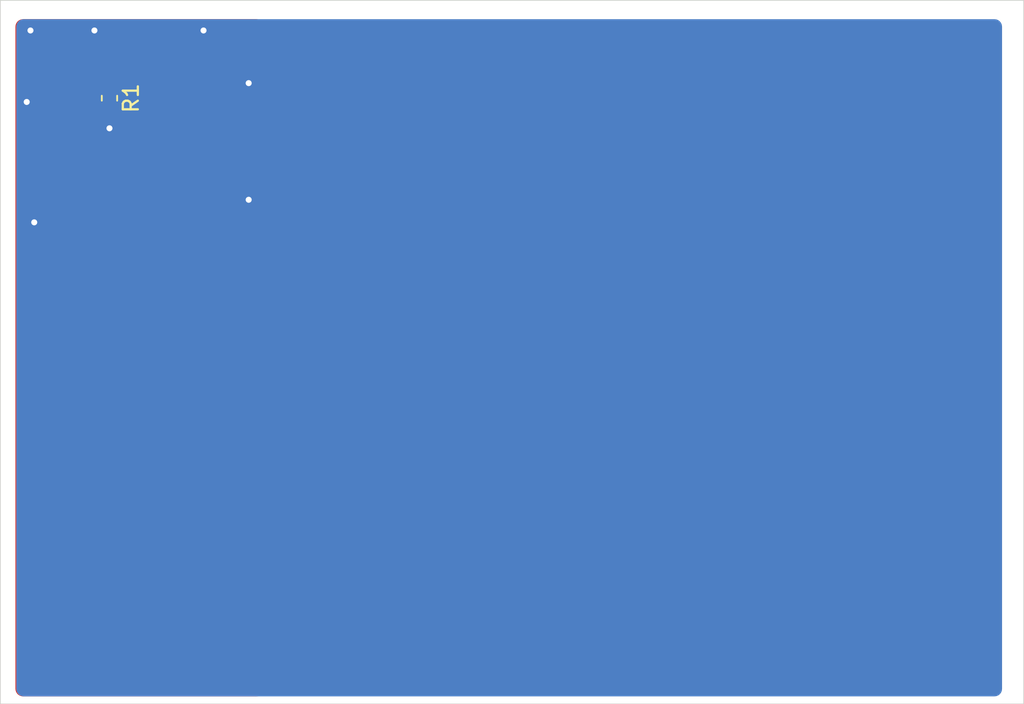
<source format=kicad_pcb>
(kicad_pcb (version 20230620) (generator pcbnew)
  (layers (0 "F.Cu" signal) (31 "B.Cu" signal) (34 "B.Paste" user) (35 "F.Paste" user) (36 "B.SilkS" user "B.Silkscreen") (37 "F.SilkS" user "F.Silkscreen") (38 "B.Mask" user) (39 "F.Mask" user) (44 "Edge.Cuts" user))
  (net 0 "")
  (net 1 "GND")
  (net 2 "+5V")
  (footprint "Resistor_SMD:R_0603_1608Metric" (layer "F.Cu") (at 79.75 51.75 -90)
    (property "Reference" "R1" (at 0 -1.43 90) (layer "F.SilkS"))
    (property "Value" "R")
    (fp_line (start -0.162779 0.51) (end 0.162779 0.51) (stroke (width 0.12)) (layer "F.SilkS"))
    (fp_line (start -0.162779 -0.51) (end 0.162779 -0.51) (stroke (width 0.12)) (layer "F.SilkS"))
    (pad "1" smd roundrect (at -0.7875 0 270) (size 0.875 0.95) (layers "F.Cu" "F.Paste" "F.Mask") (net 2 "+5V"))
    (pad "2" smd roundrect (at 0.7875 0 270) (size 0.875 0.95) (layers "F.Cu" "F.Paste" "F.Mask") (net 1 "GND"))
  )
  (gr_line (start 72.5 92) (end 72.5 45.25) (stroke (width 0.05)) (layer "Edge.Cuts"))
  (gr_line (start 140.5 45.25) (end 140.5 92) (stroke (width 0.05)) (layer "Edge.Cuts"))
  (gr_line (start 140.5 92) (end 72.5 92) (stroke (width 0.05)) (layer "Edge.Cuts"))
  (gr_line (start 72.5 45.25) (end 140.5 45.25) (stroke (width 0.05)) (layer "Edge.Cuts"))
  (segment (start 79.75 52.5375) (end 79.75 53.75) (width 0.25) (layer "F.Cu") (net 1))
  (via (at 74.25 52) (size 0.8) (drill 0.4) (layers "F.Cu" "B.Cu") (net 1))
  (via (at 74.5 47.25) (size 0.8) (drill 0.4) (layers "F.Cu" "B.Cu") (net 1))
  (via (at 78.75 47.25) (size 0.8) (drill 0.4) (layers "F.Cu" "B.Cu") (net 1))
  (via (at 74.75 60) (size 0.8) (drill 0.4) (layers "F.Cu" "B.Cu") (net 1))
  (via (at 79.75 53.75) (size 0.8) (drill 0.4) (layers "F.Cu" "B.Cu") (net 1))
  (via (at 89 50.75) (size 0.8) (drill 0.4) (layers "F.Cu" "B.Cu") (net 1))
  (via (at 86 47.25) (size 0.8) (drill 0.4) (layers "F.Cu" "B.Cu") (net 1))
  (via (at 89 58.5) (size 0.8) (drill 0.4) (layers "F.Cu" "B.Cu") (net 1))
  (zone (net 1) (net_name "GND") (layer "F.Cu") (priority 5) (connect_pads yes (clearance 0.153)) (min_thickness 0.153) (fill yes (thermal_gap 0.2) (thermal_bridge_width 0.508) (smoothing fillet) (radius 0.5))
    (polygon (pts (xy 78.992836 54.75) (xy 88.75 54.75) (xy 88.75 60.5) (xy 85.75 60.5) (xy 85.75 55.75) (xy 81 55.75) (xy 81 60) (xy 78.985671 60)))
  )
  (zone (net 2) (net_name "+5V") (layer "F.Cu") (priority 1) (connect_pads yes (clearance 0.153)) (min_thickness 0.153) (fill yes (thermal_gap 0.508) (thermal_bridge_width 0.508) (smoothing fillet) (radius 0.5))
    (polygon (pts (xy 75.75 47.75) (xy 84 47.75) (xy 84 89.5) (xy 75.75 89.5)))
  )
  (zone (net 1) (net_name "GND") (layer "F.Cu") (priority 2) (connect_pads yes (clearance 0.153)) (min_thickness 0.153) (fill yes (thermal_gap 0.2) (thermal_bridge_width 0.508) (smoothing fillet) (radius 0.5))
    (polygon (pts (xy 78 51.75) (xy 92.25 51.75) (xy 92.25 56.5) (xy 78 56.5)))
  )
  (zone (net 1) (net_name "GND") (layer "F.Cu") (connect_pads yes (clearance 0.254)) (min_thickness 0.254) (fill yes (thermal_gap 0.508) (thermal_bridge_width 0.508) (smoothing fillet) (radius 0.5))
    (polygon (pts (xy 73.5 46.5) (xy 90 46.5) (xy 90 91.5) (xy 73.5 91.5)))
  )
  (zone (net 1) (net_name "GND") (layer "B.Cu") (connect_pads yes (clearance 0.153)) (min_thickness 0.153) (fill yes (thermal_gap 0.2) (thermal_bridge_width 0.508) (smoothing fillet) (radius 0.5))
    (polygon (pts (xy 73.563307 46.5) (xy 139.063307 46.5) (xy 139.063307 91.5) (xy 73.563307 91.5)))
  )
)
</source>
